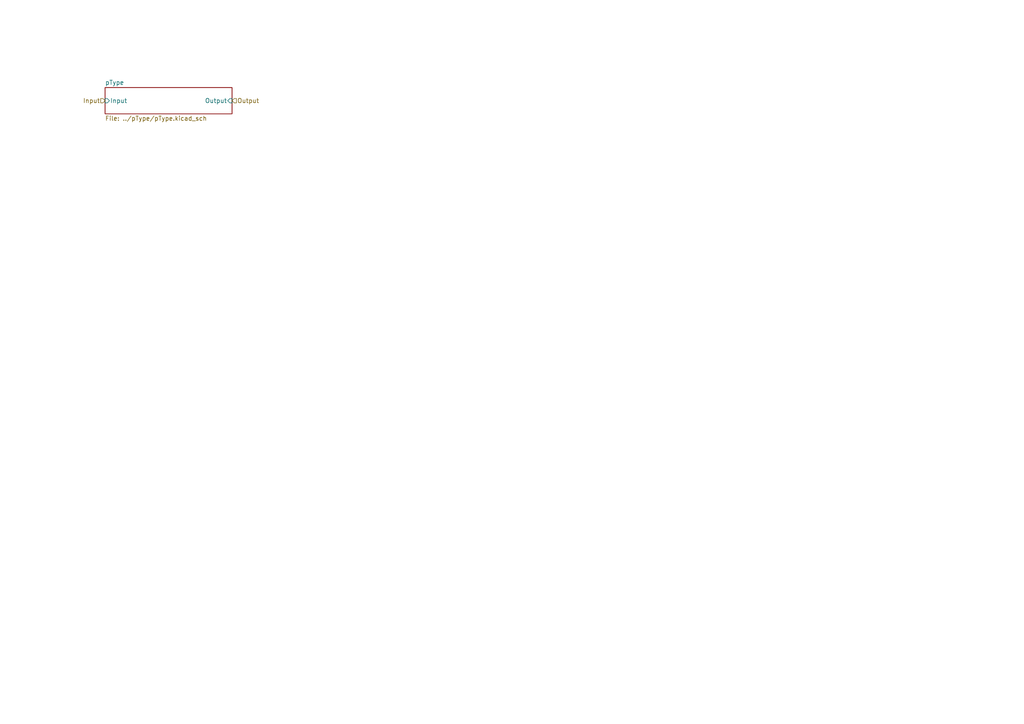
<source format=kicad_sch>
(kicad_sch
	(version 20231120)
	(generator "eeschema")
	(generator_version "8.0")
	(uuid "e0597968-f11c-42e6-8091-8a167b37e076")
	(paper "A4")
	(lib_symbols)
	(hierarchical_label "Output"
		(shape input)
		(at 67.31 29.21 0)
		(fields_autoplaced yes)
		(effects
			(font
				(size 1.27 1.27)
			)
			(justify left)
		)
		(uuid "7451c26a-75ba-4f96-b7af-6c07baf6cdc3")
	)
	(hierarchical_label "Input"
		(shape input)
		(at 30.48 29.21 180)
		(fields_autoplaced yes)
		(effects
			(font
				(size 1.27 1.27)
			)
			(justify right)
		)
		(uuid "b19bbd36-2edf-4409-949e-705d4e4b20eb")
	)
	(sheet
		(at 30.48 25.4)
		(size 36.83 7.62)
		(fields_autoplaced yes)
		(stroke
			(width 0.1524)
			(type solid)
		)
		(fill
			(color 0 0 0 0.0000)
		)
		(uuid "74a13cbf-ff67-4a48-93ac-2fde770cd2a3")
		(property "Sheetname" "pType"
			(at 30.48 24.6884 0)
			(effects
				(font
					(size 1.27 1.27)
				)
				(justify left bottom)
			)
		)
		(property "Sheetfile" "../pType/pType.kicad_sch"
			(at 30.48 33.6046 0)
			(effects
				(font
					(size 1.27 1.27)
				)
				(justify left top)
			)
		)
		(pin "Output" input
			(at 67.31 29.21 0)
			(effects
				(font
					(size 1.27 1.27)
				)
				(justify right)
			)
			(uuid "4766b5b5-7728-4b29-a57e-058d17f9b281")
		)
		(pin "Input" input
			(at 30.48 29.21 180)
			(effects
				(font
					(size 1.27 1.27)
				)
				(justify left)
			)
			(uuid "673f8262-6508-4626-87d9-527ed565df6d")
		)
		(instances
			(project "Showcase"
				(path "/5225e552-cfab-4090-a502-b034bf1f2bf2/34351871-cbde-4fd6-916c-8ea589ae75c9"
					(page "6")
				)
			)
		)
	)
)

</source>
